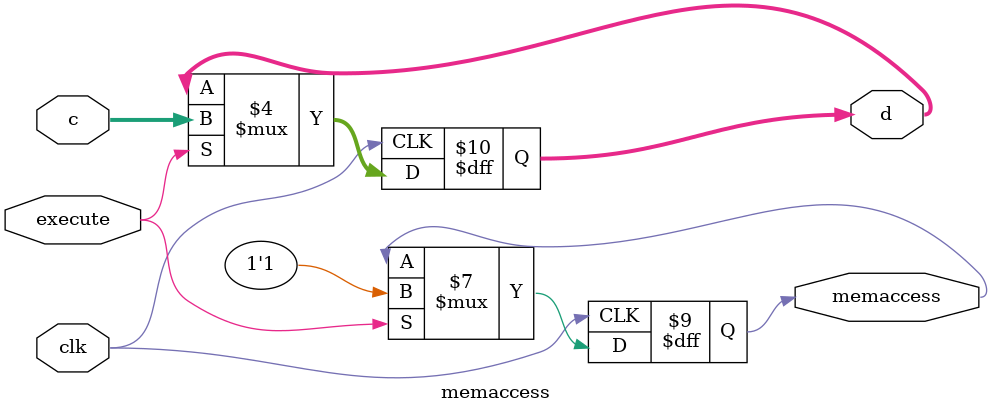
<source format=sv>
`timescale 1ns / 1ps
module memaccess(memaccess,execute,clk,d,c);
	 
input clk,execute;
input [1:0]c;
output reg memaccess;
output reg [1:0]d;

initial
begin
d=0; 
end

always@(posedge clk)
begin

if(execute)begin
$display("$Time =%d  & d=%d Memaccess",$time,d);
memaccess=1;
d=c;
end

end
endmodule
</source>
